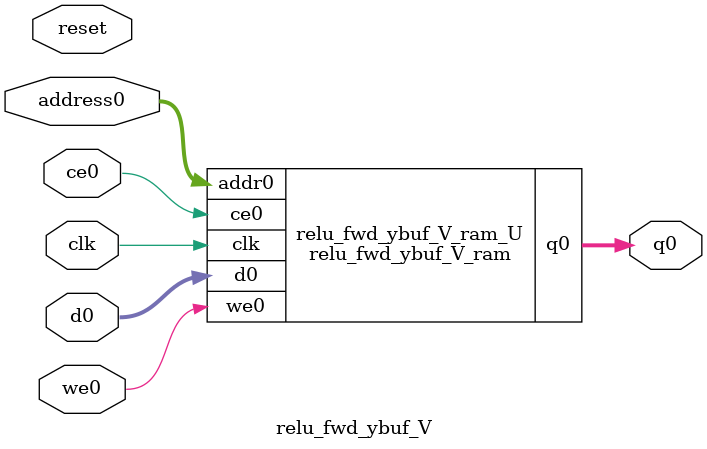
<source format=v>
`timescale 1 ns / 1 ps
module relu_fwd_ybuf_V_ram (addr0, ce0, d0, we0, q0,  clk);

parameter DWIDTH = 15;
parameter AWIDTH = 7;
parameter MEM_SIZE = 100;

input[AWIDTH-1:0] addr0;
input ce0;
input[DWIDTH-1:0] d0;
input we0;
output reg[DWIDTH-1:0] q0;
input clk;

reg [DWIDTH-1:0] ram[0:MEM_SIZE-1];




always @(posedge clk)  
begin 
    if (ce0) begin
        if (we0) 
            ram[addr0] <= d0; 
        q0 <= ram[addr0];
    end
end


endmodule

`timescale 1 ns / 1 ps
module relu_fwd_ybuf_V(
    reset,
    clk,
    address0,
    ce0,
    we0,
    d0,
    q0);

parameter DataWidth = 32'd15;
parameter AddressRange = 32'd100;
parameter AddressWidth = 32'd7;
input reset;
input clk;
input[AddressWidth - 1:0] address0;
input ce0;
input we0;
input[DataWidth - 1:0] d0;
output[DataWidth - 1:0] q0;



relu_fwd_ybuf_V_ram relu_fwd_ybuf_V_ram_U(
    .clk( clk ),
    .addr0( address0 ),
    .ce0( ce0 ),
    .we0( we0 ),
    .d0( d0 ),
    .q0( q0 ));

endmodule


</source>
